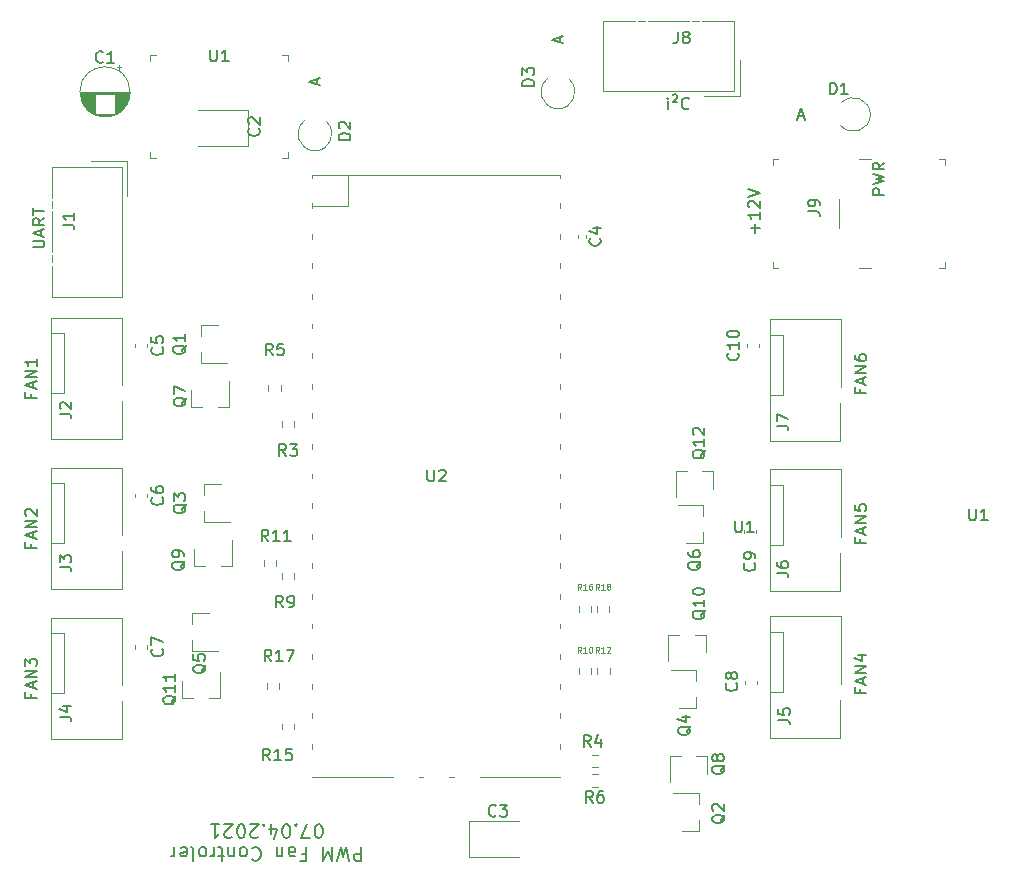
<source format=gbr>
G04 #@! TF.GenerationSoftware,KiCad,Pcbnew,5.1.9*
G04 #@! TF.CreationDate,2021-05-04T19:13:35+02:00*
G04 #@! TF.ProjectId,12v_FAN_Pico,3132765f-4641-44e5-9f50-69636f2e6b69,rev?*
G04 #@! TF.SameCoordinates,Original*
G04 #@! TF.FileFunction,Legend,Top*
G04 #@! TF.FilePolarity,Positive*
%FSLAX46Y46*%
G04 Gerber Fmt 4.6, Leading zero omitted, Abs format (unit mm)*
G04 Created by KiCad (PCBNEW 5.1.9) date 2021-05-04 19:13:35*
%MOMM*%
%LPD*%
G01*
G04 APERTURE LIST*
%ADD10C,0.200000*%
%ADD11C,0.150000*%
%ADD12C,0.120000*%
%ADD13C,0.100000*%
G04 APERTURE END LIST*
D10*
X61589238Y-96200261D02*
X61589238Y-97350261D01*
X61151142Y-97350261D01*
X61041619Y-97295500D01*
X60986857Y-97240738D01*
X60932095Y-97131214D01*
X60932095Y-96966928D01*
X60986857Y-96857404D01*
X61041619Y-96802642D01*
X61151142Y-96747880D01*
X61589238Y-96747880D01*
X60548761Y-97350261D02*
X60274952Y-96200261D01*
X60055904Y-97021690D01*
X59836857Y-96200261D01*
X59563047Y-97350261D01*
X59124952Y-96200261D02*
X59124952Y-97350261D01*
X58741619Y-96528833D01*
X58358285Y-97350261D01*
X58358285Y-96200261D01*
X56551142Y-96802642D02*
X56934476Y-96802642D01*
X56934476Y-96200261D02*
X56934476Y-97350261D01*
X56386857Y-97350261D01*
X55455904Y-96200261D02*
X55455904Y-96802642D01*
X55510666Y-96912166D01*
X55620190Y-96966928D01*
X55839238Y-96966928D01*
X55948761Y-96912166D01*
X55455904Y-96255023D02*
X55565428Y-96200261D01*
X55839238Y-96200261D01*
X55948761Y-96255023D01*
X56003523Y-96364547D01*
X56003523Y-96474071D01*
X55948761Y-96583595D01*
X55839238Y-96638357D01*
X55565428Y-96638357D01*
X55455904Y-96693119D01*
X54908285Y-96966928D02*
X54908285Y-96200261D01*
X54908285Y-96857404D02*
X54853523Y-96912166D01*
X54744000Y-96966928D01*
X54579714Y-96966928D01*
X54470190Y-96912166D01*
X54415428Y-96802642D01*
X54415428Y-96200261D01*
X52334476Y-96309785D02*
X52389238Y-96255023D01*
X52553523Y-96200261D01*
X52663047Y-96200261D01*
X52827333Y-96255023D01*
X52936857Y-96364547D01*
X52991619Y-96474071D01*
X53046380Y-96693119D01*
X53046380Y-96857404D01*
X52991619Y-97076452D01*
X52936857Y-97185976D01*
X52827333Y-97295500D01*
X52663047Y-97350261D01*
X52553523Y-97350261D01*
X52389238Y-97295500D01*
X52334476Y-97240738D01*
X51677333Y-96200261D02*
X51786857Y-96255023D01*
X51841619Y-96309785D01*
X51896380Y-96419309D01*
X51896380Y-96747880D01*
X51841619Y-96857404D01*
X51786857Y-96912166D01*
X51677333Y-96966928D01*
X51513047Y-96966928D01*
X51403523Y-96912166D01*
X51348761Y-96857404D01*
X51294000Y-96747880D01*
X51294000Y-96419309D01*
X51348761Y-96309785D01*
X51403523Y-96255023D01*
X51513047Y-96200261D01*
X51677333Y-96200261D01*
X50801142Y-96966928D02*
X50801142Y-96200261D01*
X50801142Y-96857404D02*
X50746380Y-96912166D01*
X50636857Y-96966928D01*
X50472571Y-96966928D01*
X50363047Y-96912166D01*
X50308285Y-96802642D01*
X50308285Y-96200261D01*
X49924952Y-96966928D02*
X49486857Y-96966928D01*
X49760666Y-97350261D02*
X49760666Y-96364547D01*
X49705904Y-96255023D01*
X49596380Y-96200261D01*
X49486857Y-96200261D01*
X49103523Y-96200261D02*
X49103523Y-96966928D01*
X49103523Y-96747880D02*
X49048761Y-96857404D01*
X48994000Y-96912166D01*
X48884476Y-96966928D01*
X48774952Y-96966928D01*
X48227333Y-96200261D02*
X48336857Y-96255023D01*
X48391619Y-96309785D01*
X48446380Y-96419309D01*
X48446380Y-96747880D01*
X48391619Y-96857404D01*
X48336857Y-96912166D01*
X48227333Y-96966928D01*
X48063047Y-96966928D01*
X47953523Y-96912166D01*
X47898761Y-96857404D01*
X47844000Y-96747880D01*
X47844000Y-96419309D01*
X47898761Y-96309785D01*
X47953523Y-96255023D01*
X48063047Y-96200261D01*
X48227333Y-96200261D01*
X47186857Y-96200261D02*
X47296380Y-96255023D01*
X47351142Y-96364547D01*
X47351142Y-97350261D01*
X46310666Y-96255023D02*
X46420190Y-96200261D01*
X46639238Y-96200261D01*
X46748761Y-96255023D01*
X46803523Y-96364547D01*
X46803523Y-96802642D01*
X46748761Y-96912166D01*
X46639238Y-96966928D01*
X46420190Y-96966928D01*
X46310666Y-96912166D01*
X46255904Y-96802642D01*
X46255904Y-96693119D01*
X46803523Y-96583595D01*
X45763047Y-96200261D02*
X45763047Y-96966928D01*
X45763047Y-96747880D02*
X45708285Y-96857404D01*
X45653523Y-96912166D01*
X45544000Y-96966928D01*
X45434476Y-96966928D01*
X58029714Y-95425261D02*
X57920190Y-95425261D01*
X57810666Y-95370500D01*
X57755904Y-95315738D01*
X57701142Y-95206214D01*
X57646380Y-94987166D01*
X57646380Y-94713357D01*
X57701142Y-94494309D01*
X57755904Y-94384785D01*
X57810666Y-94330023D01*
X57920190Y-94275261D01*
X58029714Y-94275261D01*
X58139238Y-94330023D01*
X58194000Y-94384785D01*
X58248761Y-94494309D01*
X58303523Y-94713357D01*
X58303523Y-94987166D01*
X58248761Y-95206214D01*
X58194000Y-95315738D01*
X58139238Y-95370500D01*
X58029714Y-95425261D01*
X57263047Y-95425261D02*
X56496380Y-95425261D01*
X56989238Y-94275261D01*
X56058285Y-94384785D02*
X56003523Y-94330023D01*
X56058285Y-94275261D01*
X56113047Y-94330023D01*
X56058285Y-94384785D01*
X56058285Y-94275261D01*
X55291619Y-95425261D02*
X55182095Y-95425261D01*
X55072571Y-95370500D01*
X55017809Y-95315738D01*
X54963047Y-95206214D01*
X54908285Y-94987166D01*
X54908285Y-94713357D01*
X54963047Y-94494309D01*
X55017809Y-94384785D01*
X55072571Y-94330023D01*
X55182095Y-94275261D01*
X55291619Y-94275261D01*
X55401142Y-94330023D01*
X55455904Y-94384785D01*
X55510666Y-94494309D01*
X55565428Y-94713357D01*
X55565428Y-94987166D01*
X55510666Y-95206214D01*
X55455904Y-95315738D01*
X55401142Y-95370500D01*
X55291619Y-95425261D01*
X53922571Y-95041928D02*
X53922571Y-94275261D01*
X54196380Y-95480023D02*
X54470190Y-94658595D01*
X53758285Y-94658595D01*
X53320190Y-94384785D02*
X53265428Y-94330023D01*
X53320190Y-94275261D01*
X53374952Y-94330023D01*
X53320190Y-94384785D01*
X53320190Y-94275261D01*
X52827333Y-95315738D02*
X52772571Y-95370500D01*
X52663047Y-95425261D01*
X52389238Y-95425261D01*
X52279714Y-95370500D01*
X52224952Y-95315738D01*
X52170190Y-95206214D01*
X52170190Y-95096690D01*
X52224952Y-94932404D01*
X52882095Y-94275261D01*
X52170190Y-94275261D01*
X51458285Y-95425261D02*
X51348761Y-95425261D01*
X51239238Y-95370500D01*
X51184476Y-95315738D01*
X51129714Y-95206214D01*
X51074952Y-94987166D01*
X51074952Y-94713357D01*
X51129714Y-94494309D01*
X51184476Y-94384785D01*
X51239238Y-94330023D01*
X51348761Y-94275261D01*
X51458285Y-94275261D01*
X51567809Y-94330023D01*
X51622571Y-94384785D01*
X51677333Y-94494309D01*
X51732095Y-94713357D01*
X51732095Y-94987166D01*
X51677333Y-95206214D01*
X51622571Y-95315738D01*
X51567809Y-95370500D01*
X51458285Y-95425261D01*
X50636857Y-95315738D02*
X50582095Y-95370500D01*
X50472571Y-95425261D01*
X50198761Y-95425261D01*
X50089238Y-95370500D01*
X50034476Y-95315738D01*
X49979714Y-95206214D01*
X49979714Y-95096690D01*
X50034476Y-94932404D01*
X50691619Y-94275261D01*
X49979714Y-94275261D01*
X48884476Y-94275261D02*
X49541619Y-94275261D01*
X49213047Y-94275261D02*
X49213047Y-95425261D01*
X49322571Y-95260976D01*
X49432095Y-95151452D01*
X49541619Y-95096690D01*
D11*
X94940428Y-44179904D02*
X94940428Y-43418000D01*
X95321380Y-43798952D02*
X94559476Y-43798952D01*
X95321380Y-42418000D02*
X95321380Y-42989428D01*
X95321380Y-42703714D02*
X94321380Y-42703714D01*
X94464238Y-42798952D01*
X94559476Y-42894190D01*
X94607095Y-42989428D01*
X94416619Y-42037047D02*
X94369000Y-41989428D01*
X94321380Y-41894190D01*
X94321380Y-41656095D01*
X94369000Y-41560857D01*
X94416619Y-41513238D01*
X94511857Y-41465619D01*
X94607095Y-41465619D01*
X94749952Y-41513238D01*
X95321380Y-42084666D01*
X95321380Y-41465619D01*
X94321380Y-41179904D02*
X95321380Y-40846571D01*
X94321380Y-40513238D01*
X105862380Y-40957333D02*
X104862380Y-40957333D01*
X104862380Y-40576380D01*
X104910000Y-40481142D01*
X104957619Y-40433523D01*
X105052857Y-40385904D01*
X105195714Y-40385904D01*
X105290952Y-40433523D01*
X105338571Y-40481142D01*
X105386190Y-40576380D01*
X105386190Y-40957333D01*
X104862380Y-40052571D02*
X105862380Y-39814476D01*
X105148095Y-39624000D01*
X105862380Y-39433523D01*
X104862380Y-39195428D01*
X105862380Y-38243047D02*
X105386190Y-38576380D01*
X105862380Y-38814476D02*
X104862380Y-38814476D01*
X104862380Y-38433523D01*
X104910000Y-38338285D01*
X104957619Y-38290666D01*
X105052857Y-38243047D01*
X105195714Y-38243047D01*
X105290952Y-38290666D01*
X105338571Y-38338285D01*
X105386190Y-38433523D01*
X105386190Y-38814476D01*
X33742380Y-45410238D02*
X34551904Y-45410238D01*
X34647142Y-45362619D01*
X34694761Y-45315000D01*
X34742380Y-45219761D01*
X34742380Y-45029285D01*
X34694761Y-44934047D01*
X34647142Y-44886428D01*
X34551904Y-44838809D01*
X33742380Y-44838809D01*
X34456666Y-44410238D02*
X34456666Y-43934047D01*
X34742380Y-44505476D02*
X33742380Y-44172142D01*
X34742380Y-43838809D01*
X34742380Y-42934047D02*
X34266190Y-43267380D01*
X34742380Y-43505476D02*
X33742380Y-43505476D01*
X33742380Y-43124523D01*
X33790000Y-43029285D01*
X33837619Y-42981666D01*
X33932857Y-42934047D01*
X34075714Y-42934047D01*
X34170952Y-42981666D01*
X34218571Y-43029285D01*
X34266190Y-43124523D01*
X34266190Y-43505476D01*
X33742380Y-42648333D02*
X33742380Y-42076904D01*
X34742380Y-42362619D02*
X33742380Y-42362619D01*
X87511047Y-33726380D02*
X87511047Y-33059714D01*
X87511047Y-32726380D02*
X87463428Y-32774000D01*
X87511047Y-32821619D01*
X87558666Y-32774000D01*
X87511047Y-32726380D01*
X87511047Y-32821619D01*
X87939619Y-32488285D02*
X88034857Y-32440666D01*
X88177714Y-32440666D01*
X88272952Y-32488285D01*
X88320571Y-32583523D01*
X88320571Y-32678761D01*
X88272952Y-32774000D01*
X87939619Y-33107333D01*
X88320571Y-33107333D01*
X89320571Y-33631142D02*
X89272952Y-33678761D01*
X89130095Y-33726380D01*
X89034857Y-33726380D01*
X88892000Y-33678761D01*
X88796761Y-33583523D01*
X88749142Y-33488285D01*
X88701523Y-33297809D01*
X88701523Y-33154952D01*
X88749142Y-32964476D01*
X88796761Y-32869238D01*
X88892000Y-32774000D01*
X89034857Y-32726380D01*
X89130095Y-32726380D01*
X89272952Y-32774000D01*
X89320571Y-32821619D01*
X103814571Y-70119714D02*
X103814571Y-70453047D01*
X104338380Y-70453047D02*
X103338380Y-70453047D01*
X103338380Y-69976857D01*
X104052666Y-69643523D02*
X104052666Y-69167333D01*
X104338380Y-69738761D02*
X103338380Y-69405428D01*
X104338380Y-69072095D01*
X104338380Y-68738761D02*
X103338380Y-68738761D01*
X104338380Y-68167333D01*
X103338380Y-68167333D01*
X103338380Y-67214952D02*
X103338380Y-67691142D01*
X103814571Y-67738761D01*
X103766952Y-67691142D01*
X103719333Y-67595904D01*
X103719333Y-67357809D01*
X103766952Y-67262571D01*
X103814571Y-67214952D01*
X103909809Y-67167333D01*
X104147904Y-67167333D01*
X104243142Y-67214952D01*
X104290761Y-67262571D01*
X104338380Y-67357809D01*
X104338380Y-67595904D01*
X104290761Y-67691142D01*
X104243142Y-67738761D01*
X103814571Y-57419714D02*
X103814571Y-57753047D01*
X104338380Y-57753047D02*
X103338380Y-57753047D01*
X103338380Y-57276857D01*
X104052666Y-56943523D02*
X104052666Y-56467333D01*
X104338380Y-57038761D02*
X103338380Y-56705428D01*
X104338380Y-56372095D01*
X104338380Y-56038761D02*
X103338380Y-56038761D01*
X104338380Y-55467333D01*
X103338380Y-55467333D01*
X103338380Y-54562571D02*
X103338380Y-54753047D01*
X103386000Y-54848285D01*
X103433619Y-54895904D01*
X103576476Y-54991142D01*
X103766952Y-55038761D01*
X104147904Y-55038761D01*
X104243142Y-54991142D01*
X104290761Y-54943523D01*
X104338380Y-54848285D01*
X104338380Y-54657809D01*
X104290761Y-54562571D01*
X104243142Y-54514952D01*
X104147904Y-54467333D01*
X103909809Y-54467333D01*
X103814571Y-54514952D01*
X103766952Y-54562571D01*
X103719333Y-54657809D01*
X103719333Y-54848285D01*
X103766952Y-54943523D01*
X103814571Y-54991142D01*
X103909809Y-55038761D01*
X103814571Y-82819714D02*
X103814571Y-83153047D01*
X104338380Y-83153047D02*
X103338380Y-83153047D01*
X103338380Y-82676857D01*
X104052666Y-82343523D02*
X104052666Y-81867333D01*
X104338380Y-82438761D02*
X103338380Y-82105428D01*
X104338380Y-81772095D01*
X104338380Y-81438761D02*
X103338380Y-81438761D01*
X104338380Y-80867333D01*
X103338380Y-80867333D01*
X103671714Y-79962571D02*
X104338380Y-79962571D01*
X103290761Y-80200666D02*
X104005047Y-80438761D01*
X104005047Y-79819714D01*
X33583571Y-83200714D02*
X33583571Y-83534047D01*
X34107380Y-83534047D02*
X33107380Y-83534047D01*
X33107380Y-83057857D01*
X33821666Y-82724523D02*
X33821666Y-82248333D01*
X34107380Y-82819761D02*
X33107380Y-82486428D01*
X34107380Y-82153095D01*
X34107380Y-81819761D02*
X33107380Y-81819761D01*
X34107380Y-81248333D01*
X33107380Y-81248333D01*
X33107380Y-80867380D02*
X33107380Y-80248333D01*
X33488333Y-80581666D01*
X33488333Y-80438809D01*
X33535952Y-80343571D01*
X33583571Y-80295952D01*
X33678809Y-80248333D01*
X33916904Y-80248333D01*
X34012142Y-80295952D01*
X34059761Y-80343571D01*
X34107380Y-80438809D01*
X34107380Y-80724523D01*
X34059761Y-80819761D01*
X34012142Y-80867380D01*
X33583571Y-70500714D02*
X33583571Y-70834047D01*
X34107380Y-70834047D02*
X33107380Y-70834047D01*
X33107380Y-70357857D01*
X33821666Y-70024523D02*
X33821666Y-69548333D01*
X34107380Y-70119761D02*
X33107380Y-69786428D01*
X34107380Y-69453095D01*
X34107380Y-69119761D02*
X33107380Y-69119761D01*
X34107380Y-68548333D01*
X33107380Y-68548333D01*
X33202619Y-68119761D02*
X33155000Y-68072142D01*
X33107380Y-67976904D01*
X33107380Y-67738809D01*
X33155000Y-67643571D01*
X33202619Y-67595952D01*
X33297857Y-67548333D01*
X33393095Y-67548333D01*
X33535952Y-67595952D01*
X34107380Y-68167380D01*
X34107380Y-67548333D01*
X33583571Y-57800714D02*
X33583571Y-58134047D01*
X34107380Y-58134047D02*
X33107380Y-58134047D01*
X33107380Y-57657857D01*
X33821666Y-57324523D02*
X33821666Y-56848333D01*
X34107380Y-57419761D02*
X33107380Y-57086428D01*
X34107380Y-56753095D01*
X34107380Y-56419761D02*
X33107380Y-56419761D01*
X34107380Y-55848333D01*
X33107380Y-55848333D01*
X34107380Y-54848333D02*
X34107380Y-55419761D01*
X34107380Y-55134047D02*
X33107380Y-55134047D01*
X33250238Y-55229285D01*
X33345476Y-55324523D01*
X33393095Y-55419761D01*
D12*
X58626866Y-34760150D02*
G75*
G02*
X56758000Y-34700761I-968866J-1053850D01*
G01*
X47246000Y-76398000D02*
X47246000Y-77328000D01*
X47246000Y-79558000D02*
X47246000Y-78628000D01*
X47246000Y-79558000D02*
X49406000Y-79558000D01*
X47246000Y-76398000D02*
X48706000Y-76398000D01*
X46426000Y-83564000D02*
X47356000Y-83564000D01*
X49586000Y-83564000D02*
X48656000Y-83564000D01*
X49586000Y-83564000D02*
X49586000Y-81404000D01*
X46426000Y-83564000D02*
X46426000Y-82104000D01*
X79200866Y-31204150D02*
G75*
G02*
X77332000Y-31144761I-968866J-1053850D01*
G01*
X102197150Y-33194134D02*
G75*
G02*
X102137761Y-35063000I1053850J-968866D01*
G01*
X95252000Y-53580420D02*
X95252000Y-53861580D01*
X94232000Y-53580420D02*
X94232000Y-53861580D01*
X94998000Y-69328420D02*
X94998000Y-69609580D01*
X93978000Y-69328420D02*
X93978000Y-69609580D01*
X95125000Y-82142420D02*
X95125000Y-82423580D01*
X94105000Y-82142420D02*
X94105000Y-82423580D01*
X43436000Y-79107420D02*
X43436000Y-79388580D01*
X42416000Y-79107420D02*
X42416000Y-79388580D01*
X43436000Y-66280420D02*
X43436000Y-66561580D01*
X42416000Y-66280420D02*
X42416000Y-66561580D01*
X43436000Y-53580420D02*
X43436000Y-53861580D01*
X42416000Y-53580420D02*
X42416000Y-53861580D01*
X80624000Y-44370164D02*
X80624000Y-44585836D01*
X79904000Y-44370164D02*
X79904000Y-44585836D01*
X47766500Y-36816000D02*
X51976500Y-36816000D01*
X51976500Y-36816000D02*
X51976500Y-33796000D01*
X51976500Y-33796000D02*
X47766500Y-33796000D01*
X91369000Y-64391000D02*
X90439000Y-64391000D01*
X88209000Y-64391000D02*
X89139000Y-64391000D01*
X88209000Y-64391000D02*
X88209000Y-66551000D01*
X91369000Y-64391000D02*
X91369000Y-65851000D01*
X90734000Y-78234000D02*
X89804000Y-78234000D01*
X87574000Y-78234000D02*
X88504000Y-78234000D01*
X87574000Y-78234000D02*
X87574000Y-80394000D01*
X90734000Y-78234000D02*
X90734000Y-79694000D01*
X47442000Y-72388000D02*
X48372000Y-72388000D01*
X50602000Y-72388000D02*
X49672000Y-72388000D01*
X50602000Y-72388000D02*
X50602000Y-70228000D01*
X47442000Y-72388000D02*
X47442000Y-70928000D01*
X90861000Y-88521000D02*
X89931000Y-88521000D01*
X87701000Y-88521000D02*
X88631000Y-88521000D01*
X87701000Y-88521000D02*
X87701000Y-90681000D01*
X90861000Y-88521000D02*
X90861000Y-89981000D01*
X47188000Y-58926000D02*
X48118000Y-58926000D01*
X50348000Y-58926000D02*
X49418000Y-58926000D01*
X50348000Y-58926000D02*
X50348000Y-56766000D01*
X47188000Y-58926000D02*
X47188000Y-57466000D01*
X90549000Y-70414000D02*
X90549000Y-69484000D01*
X90549000Y-67254000D02*
X90549000Y-68184000D01*
X90549000Y-67254000D02*
X88389000Y-67254000D01*
X90549000Y-70414000D02*
X89089000Y-70414000D01*
X89960203Y-84387282D02*
X89960203Y-83457282D01*
X89960203Y-81227282D02*
X89960203Y-82157282D01*
X89960203Y-81227282D02*
X87800203Y-81227282D01*
X89960203Y-84387282D02*
X88500203Y-84387282D01*
X48262000Y-65476000D02*
X49722000Y-65476000D01*
X48262000Y-68636000D02*
X50422000Y-68636000D01*
X48262000Y-68636000D02*
X48262000Y-67706000D01*
X48262000Y-65476000D02*
X48262000Y-66406000D01*
X90168000Y-94798000D02*
X90168000Y-93868000D01*
X90168000Y-91638000D02*
X90168000Y-92568000D01*
X90168000Y-91638000D02*
X88008000Y-91638000D01*
X90168000Y-94798000D02*
X88708000Y-94798000D01*
X48008000Y-52014000D02*
X48008000Y-52944000D01*
X48008000Y-55174000D02*
X48008000Y-54244000D01*
X48008000Y-55174000D02*
X50168000Y-55174000D01*
X48008000Y-52014000D02*
X49468000Y-52014000D01*
X74902000Y-93994000D02*
X70692000Y-93994000D01*
X70692000Y-93994000D02*
X70692000Y-97014000D01*
X70692000Y-97014000D02*
X74902000Y-97014000D01*
X54849500Y-85741742D02*
X54849500Y-86216258D01*
X55894500Y-85741742D02*
X55894500Y-86216258D01*
X54624500Y-82787258D02*
X54624500Y-82312742D01*
X53579500Y-82787258D02*
X53579500Y-82312742D01*
X81545987Y-75777749D02*
X81545987Y-76252265D01*
X82590987Y-75777749D02*
X82590987Y-76252265D01*
X81567423Y-81041172D02*
X81567423Y-81515688D01*
X82612423Y-81041172D02*
X82612423Y-81515688D01*
X53325500Y-71898742D02*
X53325500Y-72373258D01*
X54370500Y-71898742D02*
X54370500Y-72373258D01*
X81580258Y-90028500D02*
X81105742Y-90028500D01*
X81580258Y-91073500D02*
X81105742Y-91073500D01*
X54751500Y-57578258D02*
X54751500Y-57103742D01*
X53706500Y-57578258D02*
X53706500Y-57103742D01*
X81580258Y-88377500D02*
X81105742Y-88377500D01*
X81580258Y-89422500D02*
X81105742Y-89422500D01*
X79995500Y-75771742D02*
X79995500Y-76246258D01*
X81040500Y-75771742D02*
X81040500Y-76246258D01*
X79995500Y-81042742D02*
X79995500Y-81517258D01*
X81040500Y-81042742D02*
X81040500Y-81517258D01*
X54849500Y-72977742D02*
X54849500Y-73452258D01*
X55894500Y-72977742D02*
X55894500Y-73452258D01*
X54849500Y-60151742D02*
X54849500Y-60626258D01*
X55894500Y-60151742D02*
X55894500Y-60626258D01*
X102168000Y-76628000D02*
X102168000Y-82378000D01*
X102118000Y-83728000D02*
X102118000Y-86928000D01*
X102118000Y-86928000D02*
X96168000Y-86928000D01*
X96168000Y-86928000D02*
X96168000Y-76628000D01*
X96168000Y-76628000D02*
X102168000Y-76628000D01*
X96268000Y-77978000D02*
X97278000Y-77978000D01*
X97278000Y-77978000D02*
X97278000Y-83058000D01*
X97278000Y-83058000D02*
X96268000Y-83058000D01*
X41998000Y-32242000D02*
G75*
G03*
X41998000Y-32242000I-2120000J0D01*
G01*
X41958000Y-32242000D02*
X37798000Y-32242000D01*
X41958000Y-32282000D02*
X37798000Y-32282000D01*
X41957000Y-32322000D02*
X37799000Y-32322000D01*
X41955000Y-32362000D02*
X37801000Y-32362000D01*
X41952000Y-32402000D02*
X37804000Y-32402000D01*
X41949000Y-32442000D02*
X40718000Y-32442000D01*
X39038000Y-32442000D02*
X37807000Y-32442000D01*
X41945000Y-32482000D02*
X40718000Y-32482000D01*
X39038000Y-32482000D02*
X37811000Y-32482000D01*
X41940000Y-32522000D02*
X40718000Y-32522000D01*
X39038000Y-32522000D02*
X37816000Y-32522000D01*
X41934000Y-32562000D02*
X40718000Y-32562000D01*
X39038000Y-32562000D02*
X37822000Y-32562000D01*
X41928000Y-32602000D02*
X40718000Y-32602000D01*
X39038000Y-32602000D02*
X37828000Y-32602000D01*
X41920000Y-32642000D02*
X40718000Y-32642000D01*
X39038000Y-32642000D02*
X37836000Y-32642000D01*
X41912000Y-32682000D02*
X40718000Y-32682000D01*
X39038000Y-32682000D02*
X37844000Y-32682000D01*
X41903000Y-32722000D02*
X40718000Y-32722000D01*
X39038000Y-32722000D02*
X37853000Y-32722000D01*
X41894000Y-32762000D02*
X40718000Y-32762000D01*
X39038000Y-32762000D02*
X37862000Y-32762000D01*
X41883000Y-32802000D02*
X40718000Y-32802000D01*
X39038000Y-32802000D02*
X37873000Y-32802000D01*
X41872000Y-32842000D02*
X40718000Y-32842000D01*
X39038000Y-32842000D02*
X37884000Y-32842000D01*
X41860000Y-32882000D02*
X40718000Y-32882000D01*
X39038000Y-32882000D02*
X37896000Y-32882000D01*
X41846000Y-32922000D02*
X40718000Y-32922000D01*
X39038000Y-32922000D02*
X37910000Y-32922000D01*
X41832000Y-32963000D02*
X40718000Y-32963000D01*
X39038000Y-32963000D02*
X37924000Y-32963000D01*
X41818000Y-33003000D02*
X40718000Y-33003000D01*
X39038000Y-33003000D02*
X37938000Y-33003000D01*
X41802000Y-33043000D02*
X40718000Y-33043000D01*
X39038000Y-33043000D02*
X37954000Y-33043000D01*
X41785000Y-33083000D02*
X40718000Y-33083000D01*
X39038000Y-33083000D02*
X37971000Y-33083000D01*
X41767000Y-33123000D02*
X40718000Y-33123000D01*
X39038000Y-33123000D02*
X37989000Y-33123000D01*
X41748000Y-33163000D02*
X40718000Y-33163000D01*
X39038000Y-33163000D02*
X38008000Y-33163000D01*
X41729000Y-33203000D02*
X40718000Y-33203000D01*
X39038000Y-33203000D02*
X38027000Y-33203000D01*
X41708000Y-33243000D02*
X40718000Y-33243000D01*
X39038000Y-33243000D02*
X38048000Y-33243000D01*
X41686000Y-33283000D02*
X40718000Y-33283000D01*
X39038000Y-33283000D02*
X38070000Y-33283000D01*
X41663000Y-33323000D02*
X40718000Y-33323000D01*
X39038000Y-33323000D02*
X38093000Y-33323000D01*
X41638000Y-33363000D02*
X40718000Y-33363000D01*
X39038000Y-33363000D02*
X38118000Y-33363000D01*
X41613000Y-33403000D02*
X40718000Y-33403000D01*
X39038000Y-33403000D02*
X38143000Y-33403000D01*
X41586000Y-33443000D02*
X40718000Y-33443000D01*
X39038000Y-33443000D02*
X38170000Y-33443000D01*
X41558000Y-33483000D02*
X40718000Y-33483000D01*
X39038000Y-33483000D02*
X38198000Y-33483000D01*
X41528000Y-33523000D02*
X40718000Y-33523000D01*
X39038000Y-33523000D02*
X38228000Y-33523000D01*
X41497000Y-33563000D02*
X40718000Y-33563000D01*
X39038000Y-33563000D02*
X38259000Y-33563000D01*
X41465000Y-33603000D02*
X40718000Y-33603000D01*
X39038000Y-33603000D02*
X38291000Y-33603000D01*
X41430000Y-33643000D02*
X40718000Y-33643000D01*
X39038000Y-33643000D02*
X38326000Y-33643000D01*
X41394000Y-33683000D02*
X40718000Y-33683000D01*
X39038000Y-33683000D02*
X38362000Y-33683000D01*
X41356000Y-33723000D02*
X40718000Y-33723000D01*
X39038000Y-33723000D02*
X38400000Y-33723000D01*
X41316000Y-33763000D02*
X40718000Y-33763000D01*
X39038000Y-33763000D02*
X38440000Y-33763000D01*
X41274000Y-33803000D02*
X40718000Y-33803000D01*
X39038000Y-33803000D02*
X38482000Y-33803000D01*
X41229000Y-33843000D02*
X40718000Y-33843000D01*
X39038000Y-33843000D02*
X38527000Y-33843000D01*
X41182000Y-33883000D02*
X40718000Y-33883000D01*
X39038000Y-33883000D02*
X38574000Y-33883000D01*
X41132000Y-33923000D02*
X40718000Y-33923000D01*
X39038000Y-33923000D02*
X38624000Y-33923000D01*
X41078000Y-33963000D02*
X40718000Y-33963000D01*
X39038000Y-33963000D02*
X38678000Y-33963000D01*
X41020000Y-34003000D02*
X40718000Y-34003000D01*
X39038000Y-34003000D02*
X38736000Y-34003000D01*
X40958000Y-34043000D02*
X40718000Y-34043000D01*
X39038000Y-34043000D02*
X38798000Y-34043000D01*
X40891000Y-34083000D02*
X38865000Y-34083000D01*
X40818000Y-34123000D02*
X38938000Y-34123000D01*
X40737000Y-34163000D02*
X39019000Y-34163000D01*
X40646000Y-34203000D02*
X39110000Y-34203000D01*
X40542000Y-34243000D02*
X39214000Y-34243000D01*
X40415000Y-34283000D02*
X39341000Y-34283000D01*
X40248000Y-34323000D02*
X39508000Y-34323000D01*
X41073000Y-29972199D02*
X41073000Y-30372199D01*
X41273000Y-30172199D02*
X40873000Y-30172199D01*
X102168000Y-64182000D02*
X102168000Y-69932000D01*
X102118000Y-71282000D02*
X102118000Y-74482000D01*
X102118000Y-74482000D02*
X96168000Y-74482000D01*
X96168000Y-74482000D02*
X96168000Y-64182000D01*
X96168000Y-64182000D02*
X102168000Y-64182000D01*
X96268000Y-65532000D02*
X97278000Y-65532000D01*
X97278000Y-65532000D02*
X97278000Y-70612000D01*
X97278000Y-70612000D02*
X96268000Y-70612000D01*
D13*
X103703000Y-47145000D02*
X104703000Y-47145000D01*
X103703000Y-37945000D02*
X104703000Y-37945000D01*
X111003000Y-47145000D02*
X110503000Y-47145000D01*
X111003000Y-47145000D02*
X111003000Y-46645000D01*
X111003000Y-37945000D02*
X111003000Y-38445000D01*
X111003000Y-37945000D02*
X110503000Y-37945000D01*
X102003000Y-41345000D02*
X102003000Y-43745000D01*
X96403000Y-37945000D02*
X96903000Y-37945000D01*
X96403000Y-37945000D02*
X96403000Y-38445000D01*
X96403000Y-47145000D02*
X96903000Y-47145000D01*
X96403000Y-47145000D02*
X96403000Y-46645000D01*
D12*
X41335000Y-51355000D02*
X41335000Y-57105000D01*
X41285000Y-58455000D02*
X41285000Y-61655000D01*
X41285000Y-61655000D02*
X35335000Y-61655000D01*
X35335000Y-61655000D02*
X35335000Y-51355000D01*
X35335000Y-51355000D02*
X41335000Y-51355000D01*
X35435000Y-52705000D02*
X36445000Y-52705000D01*
X36445000Y-52705000D02*
X36445000Y-57785000D01*
X36445000Y-57785000D02*
X35435000Y-57785000D01*
X41335000Y-76755000D02*
X41335000Y-82505000D01*
X41285000Y-83855000D02*
X41285000Y-87055000D01*
X41285000Y-87055000D02*
X35335000Y-87055000D01*
X35335000Y-87055000D02*
X35335000Y-76755000D01*
X35335000Y-76755000D02*
X41335000Y-76755000D01*
X35435000Y-78105000D02*
X36445000Y-78105000D01*
X36445000Y-78105000D02*
X36445000Y-83185000D01*
X36445000Y-83185000D02*
X35435000Y-83185000D01*
X93614000Y-32591000D02*
X90614000Y-32591000D01*
X93614000Y-29591000D02*
X93614000Y-32591000D01*
X85614000Y-26291000D02*
X85014000Y-26291000D01*
X90214000Y-26291000D02*
X89614000Y-26291000D01*
X93114000Y-32141000D02*
X82064000Y-32141000D01*
X93114000Y-26291000D02*
X93114000Y-32141000D01*
X89364000Y-26291000D02*
X85864000Y-26291000D01*
X82064000Y-26291000D02*
X82064000Y-32141000D01*
X93114000Y-26291000D02*
X90464000Y-26291000D01*
X84714000Y-26291000D02*
X82064000Y-26291000D01*
X102168000Y-51482000D02*
X102168000Y-57232000D01*
X102118000Y-58582000D02*
X102118000Y-61782000D01*
X102118000Y-61782000D02*
X96168000Y-61782000D01*
X96168000Y-61782000D02*
X96168000Y-51482000D01*
X96168000Y-51482000D02*
X102168000Y-51482000D01*
X96268000Y-52832000D02*
X97278000Y-52832000D01*
X97278000Y-52832000D02*
X97278000Y-57912000D01*
X97278000Y-57912000D02*
X96268000Y-57912000D01*
D13*
X55390000Y-37842000D02*
X55390000Y-37342000D01*
X55390000Y-37842000D02*
X54890000Y-37842000D01*
X43690000Y-37842000D02*
X44190000Y-37842000D01*
X43690000Y-37842000D02*
X43690000Y-37342000D01*
X43690000Y-29142000D02*
X43690000Y-29642000D01*
X43690000Y-29142000D02*
X44190000Y-29142000D01*
X55390000Y-29142000D02*
X55390000Y-29642000D01*
X55390000Y-29142000D02*
X54890000Y-29142000D01*
D12*
X69045000Y-90270000D02*
X69445000Y-90270000D01*
X66445000Y-90270000D02*
X66845000Y-90270000D01*
X78445000Y-90270000D02*
X71645000Y-90270000D01*
X78445000Y-79870000D02*
X78445000Y-80270000D01*
X78445000Y-72170000D02*
X78445000Y-72570000D01*
X78445000Y-46770000D02*
X78445000Y-47170000D01*
X78445000Y-39270000D02*
X78445000Y-39570000D01*
X78445000Y-62070000D02*
X78445000Y-62470000D01*
X78445000Y-77270000D02*
X78445000Y-77670000D01*
X78445000Y-56970000D02*
X78445000Y-57370000D01*
X78445000Y-51870000D02*
X78445000Y-52270000D01*
X78445000Y-64570000D02*
X78445000Y-64970000D01*
X78445000Y-69670000D02*
X78445000Y-70070000D01*
X78445000Y-84870000D02*
X78445000Y-85270000D01*
X78445000Y-87470000D02*
X78445000Y-87870000D01*
X78445000Y-82370000D02*
X78445000Y-82770000D01*
X78445000Y-49370000D02*
X78445000Y-49770000D01*
X78445000Y-41670000D02*
X78445000Y-42070000D01*
X78445000Y-44270000D02*
X78445000Y-44670000D01*
X78445000Y-74770000D02*
X78445000Y-75170000D01*
X78445000Y-67070000D02*
X78445000Y-67470000D01*
X78445000Y-59470000D02*
X78445000Y-59870000D01*
X78445000Y-54370000D02*
X78445000Y-54770000D01*
X57445000Y-87470000D02*
X57445000Y-87870000D01*
X57445000Y-84870000D02*
X57445000Y-85270000D01*
X57445000Y-82370000D02*
X57445000Y-82770000D01*
X57445000Y-79870000D02*
X57445000Y-80270000D01*
X57445000Y-77270000D02*
X57445000Y-77670000D01*
X57445000Y-74770000D02*
X57445000Y-75170000D01*
X57445000Y-72170000D02*
X57445000Y-72570000D01*
X57445000Y-69670000D02*
X57445000Y-70070000D01*
X57445000Y-67070000D02*
X57445000Y-67470000D01*
X57445000Y-64570000D02*
X57445000Y-64970000D01*
X57445000Y-62070000D02*
X57445000Y-62470000D01*
X57445000Y-59470000D02*
X57445000Y-59870000D01*
X57445000Y-56970000D02*
X57445000Y-57370000D01*
X57445000Y-54370000D02*
X57445000Y-54770000D01*
X57445000Y-51870000D02*
X57445000Y-52270000D01*
X57445000Y-49370000D02*
X57445000Y-49770000D01*
X57445000Y-46770000D02*
X57445000Y-47170000D01*
X57445000Y-44270000D02*
X57445000Y-44670000D01*
X57445000Y-41670000D02*
X57445000Y-42070000D01*
X57445000Y-39270000D02*
X57445000Y-39570000D01*
X60452000Y-41937000D02*
X60452000Y-39270000D01*
X57445000Y-41937000D02*
X60452000Y-41937000D01*
X64245000Y-90270000D02*
X57445000Y-90270000D01*
X57445000Y-39270000D02*
X78445000Y-39270000D01*
X41335000Y-64055000D02*
X41335000Y-69805000D01*
X41285000Y-71155000D02*
X41285000Y-74355000D01*
X41285000Y-74355000D02*
X35335000Y-74355000D01*
X35335000Y-74355000D02*
X35335000Y-64055000D01*
X35335000Y-64055000D02*
X41335000Y-64055000D01*
X35435000Y-65405000D02*
X36445000Y-65405000D01*
X36445000Y-65405000D02*
X36445000Y-70485000D01*
X36445000Y-70485000D02*
X35435000Y-70485000D01*
X41735000Y-38085000D02*
X41735000Y-41085000D01*
X38735000Y-38085000D02*
X41735000Y-38085000D01*
X35435000Y-46085000D02*
X35435000Y-46685000D01*
X35435000Y-41485000D02*
X35435000Y-42085000D01*
X41285000Y-38585000D02*
X41285000Y-49635000D01*
X35435000Y-38585000D02*
X41285000Y-38585000D01*
X35435000Y-42335000D02*
X35435000Y-45835000D01*
X35435000Y-49635000D02*
X41285000Y-49635000D01*
X35435000Y-38585000D02*
X35435000Y-41235000D01*
X35435000Y-46985000D02*
X35435000Y-49635000D01*
D11*
X60650380Y-36298095D02*
X59650380Y-36298095D01*
X59650380Y-36060000D01*
X59698000Y-35917142D01*
X59793238Y-35821904D01*
X59888476Y-35774285D01*
X60078952Y-35726666D01*
X60221809Y-35726666D01*
X60412285Y-35774285D01*
X60507523Y-35821904D01*
X60602761Y-35917142D01*
X60650380Y-36060000D01*
X60650380Y-36298095D01*
X59745619Y-35345714D02*
X59698000Y-35298095D01*
X59650380Y-35202857D01*
X59650380Y-34964761D01*
X59698000Y-34869523D01*
X59745619Y-34821904D01*
X59840857Y-34774285D01*
X59936095Y-34774285D01*
X60078952Y-34821904D01*
X60650380Y-35393333D01*
X60650380Y-34774285D01*
X57824666Y-31612095D02*
X57824666Y-31135904D01*
X58110380Y-31707333D02*
X57110380Y-31374000D01*
X58110380Y-31040666D01*
X48426619Y-80740238D02*
X48379000Y-80835476D01*
X48283761Y-80930714D01*
X48140904Y-81073571D01*
X48093285Y-81168809D01*
X48093285Y-81264047D01*
X48331380Y-81216428D02*
X48283761Y-81311666D01*
X48188523Y-81406904D01*
X47998047Y-81454523D01*
X47664714Y-81454523D01*
X47474238Y-81406904D01*
X47379000Y-81311666D01*
X47331380Y-81216428D01*
X47331380Y-81025952D01*
X47379000Y-80930714D01*
X47474238Y-80835476D01*
X47664714Y-80787857D01*
X47998047Y-80787857D01*
X48188523Y-80835476D01*
X48283761Y-80930714D01*
X48331380Y-81025952D01*
X48331380Y-81216428D01*
X47331380Y-79883095D02*
X47331380Y-80359285D01*
X47807571Y-80406904D01*
X47759952Y-80359285D01*
X47712333Y-80264047D01*
X47712333Y-80025952D01*
X47759952Y-79930714D01*
X47807571Y-79883095D01*
X47902809Y-79835476D01*
X48140904Y-79835476D01*
X48236142Y-79883095D01*
X48283761Y-79930714D01*
X48331380Y-80025952D01*
X48331380Y-80264047D01*
X48283761Y-80359285D01*
X48236142Y-80406904D01*
X45886619Y-83375428D02*
X45839000Y-83470666D01*
X45743761Y-83565904D01*
X45600904Y-83708761D01*
X45553285Y-83804000D01*
X45553285Y-83899238D01*
X45791380Y-83851619D02*
X45743761Y-83946857D01*
X45648523Y-84042095D01*
X45458047Y-84089714D01*
X45124714Y-84089714D01*
X44934238Y-84042095D01*
X44839000Y-83946857D01*
X44791380Y-83851619D01*
X44791380Y-83661142D01*
X44839000Y-83565904D01*
X44934238Y-83470666D01*
X45124714Y-83423047D01*
X45458047Y-83423047D01*
X45648523Y-83470666D01*
X45743761Y-83565904D01*
X45791380Y-83661142D01*
X45791380Y-83851619D01*
X45791380Y-82470666D02*
X45791380Y-83042095D01*
X45791380Y-82756380D02*
X44791380Y-82756380D01*
X44934238Y-82851619D01*
X45029476Y-82946857D01*
X45077095Y-83042095D01*
X45791380Y-81518285D02*
X45791380Y-82089714D01*
X45791380Y-81804000D02*
X44791380Y-81804000D01*
X44934238Y-81899238D01*
X45029476Y-81994476D01*
X45077095Y-82089714D01*
X76214380Y-31726095D02*
X75214380Y-31726095D01*
X75214380Y-31488000D01*
X75262000Y-31345142D01*
X75357238Y-31249904D01*
X75452476Y-31202285D01*
X75642952Y-31154666D01*
X75785809Y-31154666D01*
X75976285Y-31202285D01*
X76071523Y-31249904D01*
X76166761Y-31345142D01*
X76214380Y-31488000D01*
X76214380Y-31726095D01*
X75214380Y-30821333D02*
X75214380Y-30202285D01*
X75595333Y-30535619D01*
X75595333Y-30392761D01*
X75642952Y-30297523D01*
X75690571Y-30249904D01*
X75785809Y-30202285D01*
X76023904Y-30202285D01*
X76119142Y-30249904D01*
X76166761Y-30297523D01*
X76214380Y-30392761D01*
X76214380Y-30678476D01*
X76166761Y-30773714D01*
X76119142Y-30821333D01*
X78398666Y-28056095D02*
X78398666Y-27579904D01*
X78684380Y-28151333D02*
X77684380Y-27818000D01*
X78684380Y-27484666D01*
X93218095Y-68540380D02*
X93218095Y-69349904D01*
X93265714Y-69445142D01*
X93313333Y-69492761D01*
X93408571Y-69540380D01*
X93599047Y-69540380D01*
X93694285Y-69492761D01*
X93741904Y-69445142D01*
X93789523Y-69349904D01*
X93789523Y-68540380D01*
X94789523Y-69540380D02*
X94218095Y-69540380D01*
X94503809Y-69540380D02*
X94503809Y-68540380D01*
X94408571Y-68683238D01*
X94313333Y-68778476D01*
X94218095Y-68826095D01*
X113030095Y-67524380D02*
X113030095Y-68333904D01*
X113077714Y-68429142D01*
X113125333Y-68476761D01*
X113220571Y-68524380D01*
X113411047Y-68524380D01*
X113506285Y-68476761D01*
X113553904Y-68429142D01*
X113601523Y-68333904D01*
X113601523Y-67524380D01*
X114601523Y-68524380D02*
X114030095Y-68524380D01*
X114315809Y-68524380D02*
X114315809Y-67524380D01*
X114220571Y-67667238D01*
X114125333Y-67762476D01*
X114030095Y-67810095D01*
X101242904Y-32456380D02*
X101242904Y-31456380D01*
X101481000Y-31456380D01*
X101623857Y-31504000D01*
X101719095Y-31599238D01*
X101766714Y-31694476D01*
X101814333Y-31884952D01*
X101814333Y-32027809D01*
X101766714Y-32218285D01*
X101719095Y-32313523D01*
X101623857Y-32408761D01*
X101481000Y-32456380D01*
X101242904Y-32456380D01*
X102766714Y-32456380D02*
X102195285Y-32456380D01*
X102481000Y-32456380D02*
X102481000Y-31456380D01*
X102385761Y-31599238D01*
X102290523Y-31694476D01*
X102195285Y-31742095D01*
X98567904Y-34329666D02*
X99044095Y-34329666D01*
X98472666Y-34615380D02*
X98806000Y-33615380D01*
X99139333Y-34615380D01*
X93448142Y-54363857D02*
X93495761Y-54411476D01*
X93543380Y-54554333D01*
X93543380Y-54649571D01*
X93495761Y-54792428D01*
X93400523Y-54887666D01*
X93305285Y-54935285D01*
X93114809Y-54982904D01*
X92971952Y-54982904D01*
X92781476Y-54935285D01*
X92686238Y-54887666D01*
X92591000Y-54792428D01*
X92543380Y-54649571D01*
X92543380Y-54554333D01*
X92591000Y-54411476D01*
X92638619Y-54363857D01*
X93543380Y-53411476D02*
X93543380Y-53982904D01*
X93543380Y-53697190D02*
X92543380Y-53697190D01*
X92686238Y-53792428D01*
X92781476Y-53887666D01*
X92829095Y-53982904D01*
X92543380Y-52792428D02*
X92543380Y-52697190D01*
X92591000Y-52601952D01*
X92638619Y-52554333D01*
X92733857Y-52506714D01*
X92924333Y-52459095D01*
X93162428Y-52459095D01*
X93352904Y-52506714D01*
X93448142Y-52554333D01*
X93495761Y-52601952D01*
X93543380Y-52697190D01*
X93543380Y-52792428D01*
X93495761Y-52887666D01*
X93448142Y-52935285D01*
X93352904Y-52982904D01*
X93162428Y-53030523D01*
X92924333Y-53030523D01*
X92733857Y-52982904D01*
X92638619Y-52935285D01*
X92591000Y-52887666D01*
X92543380Y-52792428D01*
X94845142Y-72175666D02*
X94892761Y-72223285D01*
X94940380Y-72366142D01*
X94940380Y-72461380D01*
X94892761Y-72604238D01*
X94797523Y-72699476D01*
X94702285Y-72747095D01*
X94511809Y-72794714D01*
X94368952Y-72794714D01*
X94178476Y-72747095D01*
X94083238Y-72699476D01*
X93988000Y-72604238D01*
X93940380Y-72461380D01*
X93940380Y-72366142D01*
X93988000Y-72223285D01*
X94035619Y-72175666D01*
X94940380Y-71699476D02*
X94940380Y-71509000D01*
X94892761Y-71413761D01*
X94845142Y-71366142D01*
X94702285Y-71270904D01*
X94511809Y-71223285D01*
X94130857Y-71223285D01*
X94035619Y-71270904D01*
X93988000Y-71318523D01*
X93940380Y-71413761D01*
X93940380Y-71604238D01*
X93988000Y-71699476D01*
X94035619Y-71747095D01*
X94130857Y-71794714D01*
X94368952Y-71794714D01*
X94464190Y-71747095D01*
X94511809Y-71699476D01*
X94559428Y-71604238D01*
X94559428Y-71413761D01*
X94511809Y-71318523D01*
X94464190Y-71270904D01*
X94368952Y-71223285D01*
X93321142Y-82335666D02*
X93368761Y-82383285D01*
X93416380Y-82526142D01*
X93416380Y-82621380D01*
X93368761Y-82764238D01*
X93273523Y-82859476D01*
X93178285Y-82907095D01*
X92987809Y-82954714D01*
X92844952Y-82954714D01*
X92654476Y-82907095D01*
X92559238Y-82859476D01*
X92464000Y-82764238D01*
X92416380Y-82621380D01*
X92416380Y-82526142D01*
X92464000Y-82383285D01*
X92511619Y-82335666D01*
X92844952Y-81764238D02*
X92797333Y-81859476D01*
X92749714Y-81907095D01*
X92654476Y-81954714D01*
X92606857Y-81954714D01*
X92511619Y-81907095D01*
X92464000Y-81859476D01*
X92416380Y-81764238D01*
X92416380Y-81573761D01*
X92464000Y-81478523D01*
X92511619Y-81430904D01*
X92606857Y-81383285D01*
X92654476Y-81383285D01*
X92749714Y-81430904D01*
X92797333Y-81478523D01*
X92844952Y-81573761D01*
X92844952Y-81764238D01*
X92892571Y-81859476D01*
X92940190Y-81907095D01*
X93035428Y-81954714D01*
X93225904Y-81954714D01*
X93321142Y-81907095D01*
X93368761Y-81859476D01*
X93416380Y-81764238D01*
X93416380Y-81573761D01*
X93368761Y-81478523D01*
X93321142Y-81430904D01*
X93225904Y-81383285D01*
X93035428Y-81383285D01*
X92940190Y-81430904D01*
X92892571Y-81478523D01*
X92844952Y-81573761D01*
X44713142Y-79414666D02*
X44760761Y-79462285D01*
X44808380Y-79605142D01*
X44808380Y-79700380D01*
X44760761Y-79843238D01*
X44665523Y-79938476D01*
X44570285Y-79986095D01*
X44379809Y-80033714D01*
X44236952Y-80033714D01*
X44046476Y-79986095D01*
X43951238Y-79938476D01*
X43856000Y-79843238D01*
X43808380Y-79700380D01*
X43808380Y-79605142D01*
X43856000Y-79462285D01*
X43903619Y-79414666D01*
X43808380Y-79081333D02*
X43808380Y-78414666D01*
X44808380Y-78843238D01*
X44713142Y-66587666D02*
X44760761Y-66635285D01*
X44808380Y-66778142D01*
X44808380Y-66873380D01*
X44760761Y-67016238D01*
X44665523Y-67111476D01*
X44570285Y-67159095D01*
X44379809Y-67206714D01*
X44236952Y-67206714D01*
X44046476Y-67159095D01*
X43951238Y-67111476D01*
X43856000Y-67016238D01*
X43808380Y-66873380D01*
X43808380Y-66778142D01*
X43856000Y-66635285D01*
X43903619Y-66587666D01*
X43808380Y-65730523D02*
X43808380Y-65921000D01*
X43856000Y-66016238D01*
X43903619Y-66063857D01*
X44046476Y-66159095D01*
X44236952Y-66206714D01*
X44617904Y-66206714D01*
X44713142Y-66159095D01*
X44760761Y-66111476D01*
X44808380Y-66016238D01*
X44808380Y-65825761D01*
X44760761Y-65730523D01*
X44713142Y-65682904D01*
X44617904Y-65635285D01*
X44379809Y-65635285D01*
X44284571Y-65682904D01*
X44236952Y-65730523D01*
X44189333Y-65825761D01*
X44189333Y-66016238D01*
X44236952Y-66111476D01*
X44284571Y-66159095D01*
X44379809Y-66206714D01*
X44713142Y-53887666D02*
X44760761Y-53935285D01*
X44808380Y-54078142D01*
X44808380Y-54173380D01*
X44760761Y-54316238D01*
X44665523Y-54411476D01*
X44570285Y-54459095D01*
X44379809Y-54506714D01*
X44236952Y-54506714D01*
X44046476Y-54459095D01*
X43951238Y-54411476D01*
X43856000Y-54316238D01*
X43808380Y-54173380D01*
X43808380Y-54078142D01*
X43856000Y-53935285D01*
X43903619Y-53887666D01*
X43808380Y-52982904D02*
X43808380Y-53459095D01*
X44284571Y-53506714D01*
X44236952Y-53459095D01*
X44189333Y-53363857D01*
X44189333Y-53125761D01*
X44236952Y-53030523D01*
X44284571Y-52982904D01*
X44379809Y-52935285D01*
X44617904Y-52935285D01*
X44713142Y-52982904D01*
X44760761Y-53030523D01*
X44808380Y-53125761D01*
X44808380Y-53363857D01*
X44760761Y-53459095D01*
X44713142Y-53506714D01*
X81781142Y-44644666D02*
X81828761Y-44692285D01*
X81876380Y-44835142D01*
X81876380Y-44930380D01*
X81828761Y-45073238D01*
X81733523Y-45168476D01*
X81638285Y-45216095D01*
X81447809Y-45263714D01*
X81304952Y-45263714D01*
X81114476Y-45216095D01*
X81019238Y-45168476D01*
X80924000Y-45073238D01*
X80876380Y-44930380D01*
X80876380Y-44835142D01*
X80924000Y-44692285D01*
X80971619Y-44644666D01*
X81209714Y-43787523D02*
X81876380Y-43787523D01*
X80828761Y-44025619D02*
X81543047Y-44263714D01*
X81543047Y-43644666D01*
X52908142Y-35345666D02*
X52955761Y-35393285D01*
X53003380Y-35536142D01*
X53003380Y-35631380D01*
X52955761Y-35774238D01*
X52860523Y-35869476D01*
X52765285Y-35917095D01*
X52574809Y-35964714D01*
X52431952Y-35964714D01*
X52241476Y-35917095D01*
X52146238Y-35869476D01*
X52051000Y-35774238D01*
X52003380Y-35631380D01*
X52003380Y-35536142D01*
X52051000Y-35393285D01*
X52098619Y-35345666D01*
X52098619Y-34964714D02*
X52051000Y-34917095D01*
X52003380Y-34821857D01*
X52003380Y-34583761D01*
X52051000Y-34488523D01*
X52098619Y-34440904D01*
X52193857Y-34393285D01*
X52289095Y-34393285D01*
X52431952Y-34440904D01*
X53003380Y-35012333D01*
X53003380Y-34393285D01*
X90717619Y-62547428D02*
X90670000Y-62642666D01*
X90574761Y-62737904D01*
X90431904Y-62880761D01*
X90384285Y-62976000D01*
X90384285Y-63071238D01*
X90622380Y-63023619D02*
X90574761Y-63118857D01*
X90479523Y-63214095D01*
X90289047Y-63261714D01*
X89955714Y-63261714D01*
X89765238Y-63214095D01*
X89670000Y-63118857D01*
X89622380Y-63023619D01*
X89622380Y-62833142D01*
X89670000Y-62737904D01*
X89765238Y-62642666D01*
X89955714Y-62595047D01*
X90289047Y-62595047D01*
X90479523Y-62642666D01*
X90574761Y-62737904D01*
X90622380Y-62833142D01*
X90622380Y-63023619D01*
X90622380Y-61642666D02*
X90622380Y-62214095D01*
X90622380Y-61928380D02*
X89622380Y-61928380D01*
X89765238Y-62023619D01*
X89860476Y-62118857D01*
X89908095Y-62214095D01*
X89717619Y-61261714D02*
X89670000Y-61214095D01*
X89622380Y-61118857D01*
X89622380Y-60880761D01*
X89670000Y-60785523D01*
X89717619Y-60737904D01*
X89812857Y-60690285D01*
X89908095Y-60690285D01*
X90050952Y-60737904D01*
X90622380Y-61309333D01*
X90622380Y-60690285D01*
X90717619Y-76136428D02*
X90670000Y-76231666D01*
X90574761Y-76326904D01*
X90431904Y-76469761D01*
X90384285Y-76565000D01*
X90384285Y-76660238D01*
X90622380Y-76612619D02*
X90574761Y-76707857D01*
X90479523Y-76803095D01*
X90289047Y-76850714D01*
X89955714Y-76850714D01*
X89765238Y-76803095D01*
X89670000Y-76707857D01*
X89622380Y-76612619D01*
X89622380Y-76422142D01*
X89670000Y-76326904D01*
X89765238Y-76231666D01*
X89955714Y-76184047D01*
X90289047Y-76184047D01*
X90479523Y-76231666D01*
X90574761Y-76326904D01*
X90622380Y-76422142D01*
X90622380Y-76612619D01*
X90622380Y-75231666D02*
X90622380Y-75803095D01*
X90622380Y-75517380D02*
X89622380Y-75517380D01*
X89765238Y-75612619D01*
X89860476Y-75707857D01*
X89908095Y-75803095D01*
X89622380Y-74612619D02*
X89622380Y-74517380D01*
X89670000Y-74422142D01*
X89717619Y-74374523D01*
X89812857Y-74326904D01*
X90003333Y-74279285D01*
X90241428Y-74279285D01*
X90431904Y-74326904D01*
X90527142Y-74374523D01*
X90574761Y-74422142D01*
X90622380Y-74517380D01*
X90622380Y-74612619D01*
X90574761Y-74707857D01*
X90527142Y-74755476D01*
X90431904Y-74803095D01*
X90241428Y-74850714D01*
X90003333Y-74850714D01*
X89812857Y-74803095D01*
X89717619Y-74755476D01*
X89670000Y-74707857D01*
X89622380Y-74612619D01*
X46648619Y-71977238D02*
X46601000Y-72072476D01*
X46505761Y-72167714D01*
X46362904Y-72310571D01*
X46315285Y-72405809D01*
X46315285Y-72501047D01*
X46553380Y-72453428D02*
X46505761Y-72548666D01*
X46410523Y-72643904D01*
X46220047Y-72691523D01*
X45886714Y-72691523D01*
X45696238Y-72643904D01*
X45601000Y-72548666D01*
X45553380Y-72453428D01*
X45553380Y-72262952D01*
X45601000Y-72167714D01*
X45696238Y-72072476D01*
X45886714Y-72024857D01*
X46220047Y-72024857D01*
X46410523Y-72072476D01*
X46505761Y-72167714D01*
X46553380Y-72262952D01*
X46553380Y-72453428D01*
X46553380Y-71548666D02*
X46553380Y-71358190D01*
X46505761Y-71262952D01*
X46458142Y-71215333D01*
X46315285Y-71120095D01*
X46124809Y-71072476D01*
X45743857Y-71072476D01*
X45648619Y-71120095D01*
X45601000Y-71167714D01*
X45553380Y-71262952D01*
X45553380Y-71453428D01*
X45601000Y-71548666D01*
X45648619Y-71596285D01*
X45743857Y-71643904D01*
X45981952Y-71643904D01*
X46077190Y-71596285D01*
X46124809Y-71548666D01*
X46172428Y-71453428D01*
X46172428Y-71262952D01*
X46124809Y-71167714D01*
X46077190Y-71120095D01*
X45981952Y-71072476D01*
X92368619Y-89249238D02*
X92321000Y-89344476D01*
X92225761Y-89439714D01*
X92082904Y-89582571D01*
X92035285Y-89677809D01*
X92035285Y-89773047D01*
X92273380Y-89725428D02*
X92225761Y-89820666D01*
X92130523Y-89915904D01*
X91940047Y-89963523D01*
X91606714Y-89963523D01*
X91416238Y-89915904D01*
X91321000Y-89820666D01*
X91273380Y-89725428D01*
X91273380Y-89534952D01*
X91321000Y-89439714D01*
X91416238Y-89344476D01*
X91606714Y-89296857D01*
X91940047Y-89296857D01*
X92130523Y-89344476D01*
X92225761Y-89439714D01*
X92273380Y-89534952D01*
X92273380Y-89725428D01*
X91701952Y-88725428D02*
X91654333Y-88820666D01*
X91606714Y-88868285D01*
X91511476Y-88915904D01*
X91463857Y-88915904D01*
X91368619Y-88868285D01*
X91321000Y-88820666D01*
X91273380Y-88725428D01*
X91273380Y-88534952D01*
X91321000Y-88439714D01*
X91368619Y-88392095D01*
X91463857Y-88344476D01*
X91511476Y-88344476D01*
X91606714Y-88392095D01*
X91654333Y-88439714D01*
X91701952Y-88534952D01*
X91701952Y-88725428D01*
X91749571Y-88820666D01*
X91797190Y-88868285D01*
X91892428Y-88915904D01*
X92082904Y-88915904D01*
X92178142Y-88868285D01*
X92225761Y-88820666D01*
X92273380Y-88725428D01*
X92273380Y-88534952D01*
X92225761Y-88439714D01*
X92178142Y-88392095D01*
X92082904Y-88344476D01*
X91892428Y-88344476D01*
X91797190Y-88392095D01*
X91749571Y-88439714D01*
X91701952Y-88534952D01*
X46775619Y-58134238D02*
X46728000Y-58229476D01*
X46632761Y-58324714D01*
X46489904Y-58467571D01*
X46442285Y-58562809D01*
X46442285Y-58658047D01*
X46680380Y-58610428D02*
X46632761Y-58705666D01*
X46537523Y-58800904D01*
X46347047Y-58848523D01*
X46013714Y-58848523D01*
X45823238Y-58800904D01*
X45728000Y-58705666D01*
X45680380Y-58610428D01*
X45680380Y-58419952D01*
X45728000Y-58324714D01*
X45823238Y-58229476D01*
X46013714Y-58181857D01*
X46347047Y-58181857D01*
X46537523Y-58229476D01*
X46632761Y-58324714D01*
X46680380Y-58419952D01*
X46680380Y-58610428D01*
X45680380Y-57848523D02*
X45680380Y-57181857D01*
X46680380Y-57610428D01*
X90336619Y-71977238D02*
X90289000Y-72072476D01*
X90193761Y-72167714D01*
X90050904Y-72310571D01*
X90003285Y-72405809D01*
X90003285Y-72501047D01*
X90241380Y-72453428D02*
X90193761Y-72548666D01*
X90098523Y-72643904D01*
X89908047Y-72691523D01*
X89574714Y-72691523D01*
X89384238Y-72643904D01*
X89289000Y-72548666D01*
X89241380Y-72453428D01*
X89241380Y-72262952D01*
X89289000Y-72167714D01*
X89384238Y-72072476D01*
X89574714Y-72024857D01*
X89908047Y-72024857D01*
X90098523Y-72072476D01*
X90193761Y-72167714D01*
X90241380Y-72262952D01*
X90241380Y-72453428D01*
X89241380Y-71167714D02*
X89241380Y-71358190D01*
X89289000Y-71453428D01*
X89336619Y-71501047D01*
X89479476Y-71596285D01*
X89669952Y-71643904D01*
X90050904Y-71643904D01*
X90146142Y-71596285D01*
X90193761Y-71548666D01*
X90241380Y-71453428D01*
X90241380Y-71262952D01*
X90193761Y-71167714D01*
X90146142Y-71120095D01*
X90050904Y-71072476D01*
X89812809Y-71072476D01*
X89717571Y-71120095D01*
X89669952Y-71167714D01*
X89622333Y-71262952D01*
X89622333Y-71453428D01*
X89669952Y-71548666D01*
X89717571Y-71596285D01*
X89812809Y-71643904D01*
X89493822Y-85950520D02*
X89446203Y-86045758D01*
X89350964Y-86140996D01*
X89208107Y-86283853D01*
X89160488Y-86379091D01*
X89160488Y-86474329D01*
X89398583Y-86426710D02*
X89350964Y-86521948D01*
X89255726Y-86617186D01*
X89065250Y-86664805D01*
X88731917Y-86664805D01*
X88541441Y-86617186D01*
X88446203Y-86521948D01*
X88398583Y-86426710D01*
X88398583Y-86236234D01*
X88446203Y-86140996D01*
X88541441Y-86045758D01*
X88731917Y-85998139D01*
X89065250Y-85998139D01*
X89255726Y-86045758D01*
X89350964Y-86140996D01*
X89398583Y-86236234D01*
X89398583Y-86426710D01*
X88731917Y-85140996D02*
X89398583Y-85140996D01*
X88350964Y-85379091D02*
X89065250Y-85617186D01*
X89065250Y-84998139D01*
X46775619Y-67151238D02*
X46728000Y-67246476D01*
X46632761Y-67341714D01*
X46489904Y-67484571D01*
X46442285Y-67579809D01*
X46442285Y-67675047D01*
X46680380Y-67627428D02*
X46632761Y-67722666D01*
X46537523Y-67817904D01*
X46347047Y-67865523D01*
X46013714Y-67865523D01*
X45823238Y-67817904D01*
X45728000Y-67722666D01*
X45680380Y-67627428D01*
X45680380Y-67436952D01*
X45728000Y-67341714D01*
X45823238Y-67246476D01*
X46013714Y-67198857D01*
X46347047Y-67198857D01*
X46537523Y-67246476D01*
X46632761Y-67341714D01*
X46680380Y-67436952D01*
X46680380Y-67627428D01*
X45680380Y-66865523D02*
X45680380Y-66246476D01*
X46061333Y-66579809D01*
X46061333Y-66436952D01*
X46108952Y-66341714D01*
X46156571Y-66294095D01*
X46251809Y-66246476D01*
X46489904Y-66246476D01*
X46585142Y-66294095D01*
X46632761Y-66341714D01*
X46680380Y-66436952D01*
X46680380Y-66722666D01*
X46632761Y-66817904D01*
X46585142Y-66865523D01*
X92368619Y-93440238D02*
X92321000Y-93535476D01*
X92225761Y-93630714D01*
X92082904Y-93773571D01*
X92035285Y-93868809D01*
X92035285Y-93964047D01*
X92273380Y-93916428D02*
X92225761Y-94011666D01*
X92130523Y-94106904D01*
X91940047Y-94154523D01*
X91606714Y-94154523D01*
X91416238Y-94106904D01*
X91321000Y-94011666D01*
X91273380Y-93916428D01*
X91273380Y-93725952D01*
X91321000Y-93630714D01*
X91416238Y-93535476D01*
X91606714Y-93487857D01*
X91940047Y-93487857D01*
X92130523Y-93535476D01*
X92225761Y-93630714D01*
X92273380Y-93725952D01*
X92273380Y-93916428D01*
X91368619Y-93106904D02*
X91321000Y-93059285D01*
X91273380Y-92964047D01*
X91273380Y-92725952D01*
X91321000Y-92630714D01*
X91368619Y-92583095D01*
X91463857Y-92535476D01*
X91559095Y-92535476D01*
X91701952Y-92583095D01*
X92273380Y-93154523D01*
X92273380Y-92535476D01*
X46759619Y-53689238D02*
X46712000Y-53784476D01*
X46616761Y-53879714D01*
X46473904Y-54022571D01*
X46426285Y-54117809D01*
X46426285Y-54213047D01*
X46664380Y-54165428D02*
X46616761Y-54260666D01*
X46521523Y-54355904D01*
X46331047Y-54403523D01*
X45997714Y-54403523D01*
X45807238Y-54355904D01*
X45712000Y-54260666D01*
X45664380Y-54165428D01*
X45664380Y-53974952D01*
X45712000Y-53879714D01*
X45807238Y-53784476D01*
X45997714Y-53736857D01*
X46331047Y-53736857D01*
X46521523Y-53784476D01*
X46616761Y-53879714D01*
X46664380Y-53974952D01*
X46664380Y-54165428D01*
X46664380Y-52784476D02*
X46664380Y-53355904D01*
X46664380Y-53070190D02*
X45664380Y-53070190D01*
X45807238Y-53165428D01*
X45902476Y-53260666D01*
X45950095Y-53355904D01*
X72985333Y-93511142D02*
X72937714Y-93558761D01*
X72794857Y-93606380D01*
X72699619Y-93606380D01*
X72556761Y-93558761D01*
X72461523Y-93463523D01*
X72413904Y-93368285D01*
X72366285Y-93177809D01*
X72366285Y-93034952D01*
X72413904Y-92844476D01*
X72461523Y-92749238D01*
X72556761Y-92654000D01*
X72699619Y-92606380D01*
X72794857Y-92606380D01*
X72937714Y-92654000D01*
X72985333Y-92701619D01*
X73318666Y-92606380D02*
X73937714Y-92606380D01*
X73604380Y-92987333D01*
X73747238Y-92987333D01*
X73842476Y-93034952D01*
X73890095Y-93082571D01*
X73937714Y-93177809D01*
X73937714Y-93415904D01*
X73890095Y-93511142D01*
X73842476Y-93558761D01*
X73747238Y-93606380D01*
X73461523Y-93606380D01*
X73366285Y-93558761D01*
X73318666Y-93511142D01*
X53840142Y-88844380D02*
X53506809Y-88368190D01*
X53268714Y-88844380D02*
X53268714Y-87844380D01*
X53649666Y-87844380D01*
X53744904Y-87892000D01*
X53792523Y-87939619D01*
X53840142Y-88034857D01*
X53840142Y-88177714D01*
X53792523Y-88272952D01*
X53744904Y-88320571D01*
X53649666Y-88368190D01*
X53268714Y-88368190D01*
X54792523Y-88844380D02*
X54221095Y-88844380D01*
X54506809Y-88844380D02*
X54506809Y-87844380D01*
X54411571Y-87987238D01*
X54316333Y-88082476D01*
X54221095Y-88130095D01*
X55697285Y-87844380D02*
X55221095Y-87844380D01*
X55173476Y-88320571D01*
X55221095Y-88272952D01*
X55316333Y-88225333D01*
X55554428Y-88225333D01*
X55649666Y-88272952D01*
X55697285Y-88320571D01*
X55744904Y-88415809D01*
X55744904Y-88653904D01*
X55697285Y-88749142D01*
X55649666Y-88796761D01*
X55554428Y-88844380D01*
X55316333Y-88844380D01*
X55221095Y-88796761D01*
X55173476Y-88749142D01*
X53967142Y-80462380D02*
X53633809Y-79986190D01*
X53395714Y-80462380D02*
X53395714Y-79462380D01*
X53776666Y-79462380D01*
X53871904Y-79510000D01*
X53919523Y-79557619D01*
X53967142Y-79652857D01*
X53967142Y-79795714D01*
X53919523Y-79890952D01*
X53871904Y-79938571D01*
X53776666Y-79986190D01*
X53395714Y-79986190D01*
X54919523Y-80462380D02*
X54348095Y-80462380D01*
X54633809Y-80462380D02*
X54633809Y-79462380D01*
X54538571Y-79605238D01*
X54443333Y-79700476D01*
X54348095Y-79748095D01*
X55252857Y-79462380D02*
X55919523Y-79462380D01*
X55490952Y-80462380D01*
D13*
X81720571Y-74394190D02*
X81553904Y-74156095D01*
X81434857Y-74394190D02*
X81434857Y-73894190D01*
X81625333Y-73894190D01*
X81672952Y-73918000D01*
X81696761Y-73941809D01*
X81720571Y-73989428D01*
X81720571Y-74060857D01*
X81696761Y-74108476D01*
X81672952Y-74132285D01*
X81625333Y-74156095D01*
X81434857Y-74156095D01*
X82196761Y-74394190D02*
X81911047Y-74394190D01*
X82053904Y-74394190D02*
X82053904Y-73894190D01*
X82006285Y-73965619D01*
X81958666Y-74013238D01*
X81911047Y-74037047D01*
X82482476Y-74108476D02*
X82434857Y-74084666D01*
X82411047Y-74060857D01*
X82387238Y-74013238D01*
X82387238Y-73989428D01*
X82411047Y-73941809D01*
X82434857Y-73918000D01*
X82482476Y-73894190D01*
X82577714Y-73894190D01*
X82625333Y-73918000D01*
X82649142Y-73941809D01*
X82672952Y-73989428D01*
X82672952Y-74013238D01*
X82649142Y-74060857D01*
X82625333Y-74084666D01*
X82577714Y-74108476D01*
X82482476Y-74108476D01*
X82434857Y-74132285D01*
X82411047Y-74156095D01*
X82387238Y-74203714D01*
X82387238Y-74298952D01*
X82411047Y-74346571D01*
X82434857Y-74370380D01*
X82482476Y-74394190D01*
X82577714Y-74394190D01*
X82625333Y-74370380D01*
X82649142Y-74346571D01*
X82672952Y-74298952D01*
X82672952Y-74203714D01*
X82649142Y-74156095D01*
X82625333Y-74132285D01*
X82577714Y-74108476D01*
X81720571Y-79728190D02*
X81553904Y-79490095D01*
X81434857Y-79728190D02*
X81434857Y-79228190D01*
X81625333Y-79228190D01*
X81672952Y-79252000D01*
X81696761Y-79275809D01*
X81720571Y-79323428D01*
X81720571Y-79394857D01*
X81696761Y-79442476D01*
X81672952Y-79466285D01*
X81625333Y-79490095D01*
X81434857Y-79490095D01*
X82196761Y-79728190D02*
X81911047Y-79728190D01*
X82053904Y-79728190D02*
X82053904Y-79228190D01*
X82006285Y-79299619D01*
X81958666Y-79347238D01*
X81911047Y-79371047D01*
X82387238Y-79275809D02*
X82411047Y-79252000D01*
X82458666Y-79228190D01*
X82577714Y-79228190D01*
X82625333Y-79252000D01*
X82649142Y-79275809D01*
X82672952Y-79323428D01*
X82672952Y-79371047D01*
X82649142Y-79442476D01*
X82363428Y-79728190D01*
X82672952Y-79728190D01*
D11*
X53713142Y-70302380D02*
X53379809Y-69826190D01*
X53141714Y-70302380D02*
X53141714Y-69302380D01*
X53522666Y-69302380D01*
X53617904Y-69350000D01*
X53665523Y-69397619D01*
X53713142Y-69492857D01*
X53713142Y-69635714D01*
X53665523Y-69730952D01*
X53617904Y-69778571D01*
X53522666Y-69826190D01*
X53141714Y-69826190D01*
X54665523Y-70302380D02*
X54094095Y-70302380D01*
X54379809Y-70302380D02*
X54379809Y-69302380D01*
X54284571Y-69445238D01*
X54189333Y-69540476D01*
X54094095Y-69588095D01*
X55617904Y-70302380D02*
X55046476Y-70302380D01*
X55332190Y-70302380D02*
X55332190Y-69302380D01*
X55236952Y-69445238D01*
X55141714Y-69540476D01*
X55046476Y-69588095D01*
X81176333Y-92433380D02*
X80843000Y-91957190D01*
X80604904Y-92433380D02*
X80604904Y-91433380D01*
X80985857Y-91433380D01*
X81081095Y-91481000D01*
X81128714Y-91528619D01*
X81176333Y-91623857D01*
X81176333Y-91766714D01*
X81128714Y-91861952D01*
X81081095Y-91909571D01*
X80985857Y-91957190D01*
X80604904Y-91957190D01*
X82033476Y-91433380D02*
X81843000Y-91433380D01*
X81747761Y-91481000D01*
X81700142Y-91528619D01*
X81604904Y-91671476D01*
X81557285Y-91861952D01*
X81557285Y-92242904D01*
X81604904Y-92338142D01*
X81652523Y-92385761D01*
X81747761Y-92433380D01*
X81938238Y-92433380D01*
X82033476Y-92385761D01*
X82081095Y-92338142D01*
X82128714Y-92242904D01*
X82128714Y-92004809D01*
X82081095Y-91909571D01*
X82033476Y-91861952D01*
X81938238Y-91814333D01*
X81747761Y-91814333D01*
X81652523Y-91861952D01*
X81604904Y-91909571D01*
X81557285Y-92004809D01*
X54062333Y-54554380D02*
X53729000Y-54078190D01*
X53490904Y-54554380D02*
X53490904Y-53554380D01*
X53871857Y-53554380D01*
X53967095Y-53602000D01*
X54014714Y-53649619D01*
X54062333Y-53744857D01*
X54062333Y-53887714D01*
X54014714Y-53982952D01*
X53967095Y-54030571D01*
X53871857Y-54078190D01*
X53490904Y-54078190D01*
X54967095Y-53554380D02*
X54490904Y-53554380D01*
X54443285Y-54030571D01*
X54490904Y-53982952D01*
X54586142Y-53935333D01*
X54824238Y-53935333D01*
X54919476Y-53982952D01*
X54967095Y-54030571D01*
X55014714Y-54125809D01*
X55014714Y-54363904D01*
X54967095Y-54459142D01*
X54919476Y-54506761D01*
X54824238Y-54554380D01*
X54586142Y-54554380D01*
X54490904Y-54506761D01*
X54443285Y-54459142D01*
X80986333Y-87701380D02*
X80653000Y-87225190D01*
X80414904Y-87701380D02*
X80414904Y-86701380D01*
X80795857Y-86701380D01*
X80891095Y-86749000D01*
X80938714Y-86796619D01*
X80986333Y-86891857D01*
X80986333Y-87034714D01*
X80938714Y-87129952D01*
X80891095Y-87177571D01*
X80795857Y-87225190D01*
X80414904Y-87225190D01*
X81843476Y-87034714D02*
X81843476Y-87701380D01*
X81605380Y-86653761D02*
X81367285Y-87368047D01*
X81986333Y-87368047D01*
D13*
X80196571Y-74394190D02*
X80029904Y-74156095D01*
X79910857Y-74394190D02*
X79910857Y-73894190D01*
X80101333Y-73894190D01*
X80148952Y-73918000D01*
X80172761Y-73941809D01*
X80196571Y-73989428D01*
X80196571Y-74060857D01*
X80172761Y-74108476D01*
X80148952Y-74132285D01*
X80101333Y-74156095D01*
X79910857Y-74156095D01*
X80672761Y-74394190D02*
X80387047Y-74394190D01*
X80529904Y-74394190D02*
X80529904Y-73894190D01*
X80482285Y-73965619D01*
X80434666Y-74013238D01*
X80387047Y-74037047D01*
X81101333Y-73894190D02*
X81006095Y-73894190D01*
X80958476Y-73918000D01*
X80934666Y-73941809D01*
X80887047Y-74013238D01*
X80863238Y-74108476D01*
X80863238Y-74298952D01*
X80887047Y-74346571D01*
X80910857Y-74370380D01*
X80958476Y-74394190D01*
X81053714Y-74394190D01*
X81101333Y-74370380D01*
X81125142Y-74346571D01*
X81148952Y-74298952D01*
X81148952Y-74179904D01*
X81125142Y-74132285D01*
X81101333Y-74108476D01*
X81053714Y-74084666D01*
X80958476Y-74084666D01*
X80910857Y-74108476D01*
X80887047Y-74132285D01*
X80863238Y-74179904D01*
X80196571Y-79728190D02*
X80029904Y-79490095D01*
X79910857Y-79728190D02*
X79910857Y-79228190D01*
X80101333Y-79228190D01*
X80148952Y-79252000D01*
X80172761Y-79275809D01*
X80196571Y-79323428D01*
X80196571Y-79394857D01*
X80172761Y-79442476D01*
X80148952Y-79466285D01*
X80101333Y-79490095D01*
X79910857Y-79490095D01*
X80672761Y-79728190D02*
X80387047Y-79728190D01*
X80529904Y-79728190D02*
X80529904Y-79228190D01*
X80482285Y-79299619D01*
X80434666Y-79347238D01*
X80387047Y-79371047D01*
X80982285Y-79228190D02*
X81029904Y-79228190D01*
X81077523Y-79252000D01*
X81101333Y-79275809D01*
X81125142Y-79323428D01*
X81148952Y-79418666D01*
X81148952Y-79537714D01*
X81125142Y-79632952D01*
X81101333Y-79680571D01*
X81077523Y-79704380D01*
X81029904Y-79728190D01*
X80982285Y-79728190D01*
X80934666Y-79704380D01*
X80910857Y-79680571D01*
X80887047Y-79632952D01*
X80863238Y-79537714D01*
X80863238Y-79418666D01*
X80887047Y-79323428D01*
X80910857Y-79275809D01*
X80934666Y-79252000D01*
X80982285Y-79228190D01*
D11*
X54951333Y-75890380D02*
X54618000Y-75414190D01*
X54379904Y-75890380D02*
X54379904Y-74890380D01*
X54760857Y-74890380D01*
X54856095Y-74938000D01*
X54903714Y-74985619D01*
X54951333Y-75080857D01*
X54951333Y-75223714D01*
X54903714Y-75318952D01*
X54856095Y-75366571D01*
X54760857Y-75414190D01*
X54379904Y-75414190D01*
X55427523Y-75890380D02*
X55618000Y-75890380D01*
X55713238Y-75842761D01*
X55760857Y-75795142D01*
X55856095Y-75652285D01*
X55903714Y-75461809D01*
X55903714Y-75080857D01*
X55856095Y-74985619D01*
X55808476Y-74938000D01*
X55713238Y-74890380D01*
X55522761Y-74890380D01*
X55427523Y-74938000D01*
X55379904Y-74985619D01*
X55332285Y-75080857D01*
X55332285Y-75318952D01*
X55379904Y-75414190D01*
X55427523Y-75461809D01*
X55522761Y-75509428D01*
X55713238Y-75509428D01*
X55808476Y-75461809D01*
X55856095Y-75414190D01*
X55903714Y-75318952D01*
X55205333Y-63063380D02*
X54872000Y-62587190D01*
X54633904Y-63063380D02*
X54633904Y-62063380D01*
X55014857Y-62063380D01*
X55110095Y-62111000D01*
X55157714Y-62158619D01*
X55205333Y-62253857D01*
X55205333Y-62396714D01*
X55157714Y-62491952D01*
X55110095Y-62539571D01*
X55014857Y-62587190D01*
X54633904Y-62587190D01*
X55538666Y-62063380D02*
X56157714Y-62063380D01*
X55824380Y-62444333D01*
X55967238Y-62444333D01*
X56062476Y-62491952D01*
X56110095Y-62539571D01*
X56157714Y-62634809D01*
X56157714Y-62872904D01*
X56110095Y-62968142D01*
X56062476Y-63015761D01*
X55967238Y-63063380D01*
X55681523Y-63063380D01*
X55586285Y-63015761D01*
X55538666Y-62968142D01*
X96861380Y-85423333D02*
X97575666Y-85423333D01*
X97718523Y-85470952D01*
X97813761Y-85566190D01*
X97861380Y-85709047D01*
X97861380Y-85804285D01*
X96861380Y-84470952D02*
X96861380Y-84947142D01*
X97337571Y-84994761D01*
X97289952Y-84947142D01*
X97242333Y-84851904D01*
X97242333Y-84613809D01*
X97289952Y-84518571D01*
X97337571Y-84470952D01*
X97432809Y-84423333D01*
X97670904Y-84423333D01*
X97766142Y-84470952D01*
X97813761Y-84518571D01*
X97861380Y-84613809D01*
X97861380Y-84851904D01*
X97813761Y-84947142D01*
X97766142Y-84994761D01*
X39711333Y-29694142D02*
X39663714Y-29741761D01*
X39520857Y-29789380D01*
X39425619Y-29789380D01*
X39282761Y-29741761D01*
X39187523Y-29646523D01*
X39139904Y-29551285D01*
X39092285Y-29360809D01*
X39092285Y-29217952D01*
X39139904Y-29027476D01*
X39187523Y-28932238D01*
X39282761Y-28837000D01*
X39425619Y-28789380D01*
X39520857Y-28789380D01*
X39663714Y-28837000D01*
X39711333Y-28884619D01*
X40663714Y-29789380D02*
X40092285Y-29789380D01*
X40378000Y-29789380D02*
X40378000Y-28789380D01*
X40282761Y-28932238D01*
X40187523Y-29027476D01*
X40092285Y-29075095D01*
X96734380Y-72977333D02*
X97448666Y-72977333D01*
X97591523Y-73024952D01*
X97686761Y-73120190D01*
X97734380Y-73263047D01*
X97734380Y-73358285D01*
X96734380Y-72072571D02*
X96734380Y-72263047D01*
X96782000Y-72358285D01*
X96829619Y-72405904D01*
X96972476Y-72501142D01*
X97162952Y-72548761D01*
X97543904Y-72548761D01*
X97639142Y-72501142D01*
X97686761Y-72453523D01*
X97734380Y-72358285D01*
X97734380Y-72167809D01*
X97686761Y-72072571D01*
X97639142Y-72024952D01*
X97543904Y-71977333D01*
X97305809Y-71977333D01*
X97210571Y-72024952D01*
X97162952Y-72072571D01*
X97115333Y-72167809D01*
X97115333Y-72358285D01*
X97162952Y-72453523D01*
X97210571Y-72501142D01*
X97305809Y-72548761D01*
X99401380Y-42370333D02*
X100115666Y-42370333D01*
X100258523Y-42417952D01*
X100353761Y-42513190D01*
X100401380Y-42656047D01*
X100401380Y-42751285D01*
X100401380Y-41846523D02*
X100401380Y-41656047D01*
X100353761Y-41560809D01*
X100306142Y-41513190D01*
X100163285Y-41417952D01*
X99972809Y-41370333D01*
X99591857Y-41370333D01*
X99496619Y-41417952D01*
X99449000Y-41465571D01*
X99401380Y-41560809D01*
X99401380Y-41751285D01*
X99449000Y-41846523D01*
X99496619Y-41894142D01*
X99591857Y-41941761D01*
X99829952Y-41941761D01*
X99925190Y-41894142D01*
X99972809Y-41846523D01*
X100020428Y-41751285D01*
X100020428Y-41560809D01*
X99972809Y-41465571D01*
X99925190Y-41417952D01*
X99829952Y-41370333D01*
X36028380Y-59515333D02*
X36742666Y-59515333D01*
X36885523Y-59562952D01*
X36980761Y-59658190D01*
X37028380Y-59801047D01*
X37028380Y-59896285D01*
X36123619Y-59086761D02*
X36076000Y-59039142D01*
X36028380Y-58943904D01*
X36028380Y-58705809D01*
X36076000Y-58610571D01*
X36123619Y-58562952D01*
X36218857Y-58515333D01*
X36314095Y-58515333D01*
X36456952Y-58562952D01*
X37028380Y-59134380D01*
X37028380Y-58515333D01*
X36028380Y-85169333D02*
X36742666Y-85169333D01*
X36885523Y-85216952D01*
X36980761Y-85312190D01*
X37028380Y-85455047D01*
X37028380Y-85550285D01*
X36361714Y-84264571D02*
X37028380Y-84264571D01*
X35980761Y-84502666D02*
X36695047Y-84740761D01*
X36695047Y-84121714D01*
X88375666Y-27138380D02*
X88375666Y-27852666D01*
X88328047Y-27995523D01*
X88232809Y-28090761D01*
X88089952Y-28138380D01*
X87994714Y-28138380D01*
X88994714Y-27566952D02*
X88899476Y-27519333D01*
X88851857Y-27471714D01*
X88804238Y-27376476D01*
X88804238Y-27328857D01*
X88851857Y-27233619D01*
X88899476Y-27186000D01*
X88994714Y-27138380D01*
X89185190Y-27138380D01*
X89280428Y-27186000D01*
X89328047Y-27233619D01*
X89375666Y-27328857D01*
X89375666Y-27376476D01*
X89328047Y-27471714D01*
X89280428Y-27519333D01*
X89185190Y-27566952D01*
X88994714Y-27566952D01*
X88899476Y-27614571D01*
X88851857Y-27662190D01*
X88804238Y-27757428D01*
X88804238Y-27947904D01*
X88851857Y-28043142D01*
X88899476Y-28090761D01*
X88994714Y-28138380D01*
X89185190Y-28138380D01*
X89280428Y-28090761D01*
X89328047Y-28043142D01*
X89375666Y-27947904D01*
X89375666Y-27757428D01*
X89328047Y-27662190D01*
X89280428Y-27614571D01*
X89185190Y-27566952D01*
X96734380Y-60531333D02*
X97448666Y-60531333D01*
X97591523Y-60578952D01*
X97686761Y-60674190D01*
X97734380Y-60817047D01*
X97734380Y-60912285D01*
X96734380Y-60150380D02*
X96734380Y-59483714D01*
X97734380Y-59912285D01*
X48768095Y-28662380D02*
X48768095Y-29471904D01*
X48815714Y-29567142D01*
X48863333Y-29614761D01*
X48958571Y-29662380D01*
X49149047Y-29662380D01*
X49244285Y-29614761D01*
X49291904Y-29567142D01*
X49339523Y-29471904D01*
X49339523Y-28662380D01*
X50339523Y-29662380D02*
X49768095Y-29662380D01*
X50053809Y-29662380D02*
X50053809Y-28662380D01*
X49958571Y-28805238D01*
X49863333Y-28900476D01*
X49768095Y-28948095D01*
X67183095Y-64222380D02*
X67183095Y-65031904D01*
X67230714Y-65127142D01*
X67278333Y-65174761D01*
X67373571Y-65222380D01*
X67564047Y-65222380D01*
X67659285Y-65174761D01*
X67706904Y-65127142D01*
X67754523Y-65031904D01*
X67754523Y-64222380D01*
X68183095Y-64317619D02*
X68230714Y-64270000D01*
X68325952Y-64222380D01*
X68564047Y-64222380D01*
X68659285Y-64270000D01*
X68706904Y-64317619D01*
X68754523Y-64412857D01*
X68754523Y-64508095D01*
X68706904Y-64650952D01*
X68135476Y-65222380D01*
X68754523Y-65222380D01*
X36028380Y-72469333D02*
X36742666Y-72469333D01*
X36885523Y-72516952D01*
X36980761Y-72612190D01*
X37028380Y-72755047D01*
X37028380Y-72850285D01*
X36028380Y-72088380D02*
X36028380Y-71469333D01*
X36409333Y-71802666D01*
X36409333Y-71659809D01*
X36456952Y-71564571D01*
X36504571Y-71516952D01*
X36599809Y-71469333D01*
X36837904Y-71469333D01*
X36933142Y-71516952D01*
X36980761Y-71564571D01*
X37028380Y-71659809D01*
X37028380Y-71945523D01*
X36980761Y-72040761D01*
X36933142Y-72088380D01*
X36282380Y-43513333D02*
X36996666Y-43513333D01*
X37139523Y-43560952D01*
X37234761Y-43656190D01*
X37282380Y-43799047D01*
X37282380Y-43894285D01*
X37282380Y-42513333D02*
X37282380Y-43084761D01*
X37282380Y-42799047D02*
X36282380Y-42799047D01*
X36425238Y-42894285D01*
X36520476Y-42989523D01*
X36568095Y-43084761D01*
M02*

</source>
